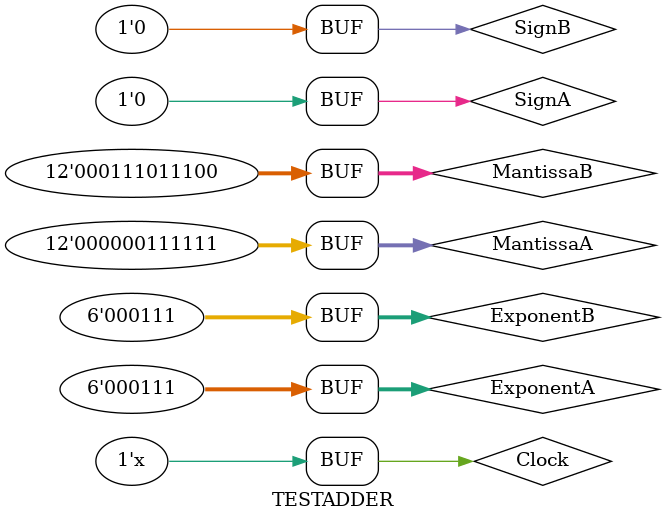
<source format=v>
`timescale 1ns / 1ps


module TESTADDER;

	// Inputs
	reg Clock;
	reg SignA;
	reg SignB;
	reg [5:0] ExponentA;
	reg [5:0] ExponentB;
	reg [11:0] MantissaA;
	reg [11:0] MantissaB;

	// Outputs
	wire SignOut;
	wire [5:0] ExponentOut;
	wire [11:0] MantissaOut;
	wire Cout;

	// Instantiate the Unit Under Test (UUT)
	ADDER uut (
		.Clock(Clock), 
		.SignA(SignA), 
		.SignB(SignB), 
		.ExponentA(ExponentA), 
		.ExponentB(ExponentB), 
		.MantissaA(MantissaA), 
		.MantissaB(MantissaB), 
		.SignOut(SignOut), 
		.ExponentOut(ExponentOut), 
		.MantissaOut(MantissaOut), 
		.Cout(Cout)
	);

	initial begin
		// Initialize Inputs
		Clock = 0;
		SignA = 0;
		SignB = 0;
		ExponentA = 0;
		ExponentB = 0;
		MantissaA = 0;
		MantissaB = 0;

		// Wait 100 ns for global reset to finish
		#100;
        
		// Add stimulus here
		
		SignA = 0;
		SignB = 0;
		ExponentA = 6'b000111;
		ExponentB = 6'b000111;
		MantissaA = 12'b000000111111;
		MantissaB = 12'b000111011100;
	end
	
	always 
		#5 Clock = !Clock;
      
endmodule


</source>
